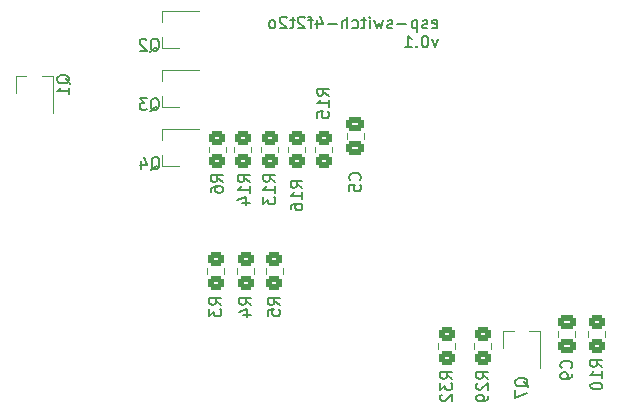
<source format=gbo>
G04 #@! TF.GenerationSoftware,KiCad,Pcbnew,7.0.6*
G04 #@! TF.CreationDate,2023-08-17T21:15:31+02:00*
G04 #@! TF.ProjectId,esp-switch,6573702d-7377-4697-9463-682e6b696361,rev?*
G04 #@! TF.SameCoordinates,Original*
G04 #@! TF.FileFunction,Legend,Bot*
G04 #@! TF.FilePolarity,Positive*
%FSLAX46Y46*%
G04 Gerber Fmt 4.6, Leading zero omitted, Abs format (unit mm)*
G04 Created by KiCad (PCBNEW 7.0.6) date 2023-08-17 21:15:31*
%MOMM*%
%LPD*%
G01*
G04 APERTURE LIST*
G04 Aperture macros list*
%AMRoundRect*
0 Rectangle with rounded corners*
0 $1 Rounding radius*
0 $2 $3 $4 $5 $6 $7 $8 $9 X,Y pos of 4 corners*
0 Add a 4 corners polygon primitive as box body*
4,1,4,$2,$3,$4,$5,$6,$7,$8,$9,$2,$3,0*
0 Add four circle primitives for the rounded corners*
1,1,$1+$1,$2,$3*
1,1,$1+$1,$4,$5*
1,1,$1+$1,$6,$7*
1,1,$1+$1,$8,$9*
0 Add four rect primitives between the rounded corners*
20,1,$1+$1,$2,$3,$4,$5,0*
20,1,$1+$1,$4,$5,$6,$7,0*
20,1,$1+$1,$6,$7,$8,$9,0*
20,1,$1+$1,$8,$9,$2,$3,0*%
G04 Aperture macros list end*
%ADD10C,0.150000*%
%ADD11C,0.120000*%
%ADD12R,1.600000X1.600000*%
%ADD13C,1.600000*%
%ADD14O,1.600000X1.600000*%
%ADD15C,1.800000*%
%ADD16R,2.400000X2.400000*%
%ADD17O,2.400000X2.400000*%
%ADD18C,1.905000*%
%ADD19O,1.905000X2.000000*%
%ADD20R,1.700000X1.700000*%
%ADD21O,1.700000X1.700000*%
%ADD22R,2.200000X2.200000*%
%ADD23O,2.200000X2.200000*%
%ADD24RoundRect,0.250000X0.450000X-0.350000X0.450000X0.350000X-0.450000X0.350000X-0.450000X-0.350000X0*%
%ADD25RoundRect,0.250000X-0.450000X0.350000X-0.450000X-0.350000X0.450000X-0.350000X0.450000X0.350000X0*%
%ADD26RoundRect,0.250000X0.475000X-0.337500X0.475000X0.337500X-0.475000X0.337500X-0.475000X-0.337500X0*%
%ADD27R,1.900000X0.800000*%
%ADD28R,0.800000X1.900000*%
G04 APERTURE END LIST*
D10*
X48812268Y-17262200D02*
X48907506Y-17309819D01*
X48907506Y-17309819D02*
X49097982Y-17309819D01*
X49097982Y-17309819D02*
X49193220Y-17262200D01*
X49193220Y-17262200D02*
X49240839Y-17166961D01*
X49240839Y-17166961D02*
X49240839Y-16786009D01*
X49240839Y-16786009D02*
X49193220Y-16690771D01*
X49193220Y-16690771D02*
X49097982Y-16643152D01*
X49097982Y-16643152D02*
X48907506Y-16643152D01*
X48907506Y-16643152D02*
X48812268Y-16690771D01*
X48812268Y-16690771D02*
X48764649Y-16786009D01*
X48764649Y-16786009D02*
X48764649Y-16881247D01*
X48764649Y-16881247D02*
X49240839Y-16976485D01*
X48383696Y-17262200D02*
X48288458Y-17309819D01*
X48288458Y-17309819D02*
X48097982Y-17309819D01*
X48097982Y-17309819D02*
X48002744Y-17262200D01*
X48002744Y-17262200D02*
X47955125Y-17166961D01*
X47955125Y-17166961D02*
X47955125Y-17119342D01*
X47955125Y-17119342D02*
X48002744Y-17024104D01*
X48002744Y-17024104D02*
X48097982Y-16976485D01*
X48097982Y-16976485D02*
X48240839Y-16976485D01*
X48240839Y-16976485D02*
X48336077Y-16928866D01*
X48336077Y-16928866D02*
X48383696Y-16833628D01*
X48383696Y-16833628D02*
X48383696Y-16786009D01*
X48383696Y-16786009D02*
X48336077Y-16690771D01*
X48336077Y-16690771D02*
X48240839Y-16643152D01*
X48240839Y-16643152D02*
X48097982Y-16643152D01*
X48097982Y-16643152D02*
X48002744Y-16690771D01*
X47526553Y-16643152D02*
X47526553Y-17643152D01*
X47526553Y-16690771D02*
X47431315Y-16643152D01*
X47431315Y-16643152D02*
X47240839Y-16643152D01*
X47240839Y-16643152D02*
X47145601Y-16690771D01*
X47145601Y-16690771D02*
X47097982Y-16738390D01*
X47097982Y-16738390D02*
X47050363Y-16833628D01*
X47050363Y-16833628D02*
X47050363Y-17119342D01*
X47050363Y-17119342D02*
X47097982Y-17214580D01*
X47097982Y-17214580D02*
X47145601Y-17262200D01*
X47145601Y-17262200D02*
X47240839Y-17309819D01*
X47240839Y-17309819D02*
X47431315Y-17309819D01*
X47431315Y-17309819D02*
X47526553Y-17262200D01*
X46621791Y-16928866D02*
X45859887Y-16928866D01*
X45431315Y-17262200D02*
X45336077Y-17309819D01*
X45336077Y-17309819D02*
X45145601Y-17309819D01*
X45145601Y-17309819D02*
X45050363Y-17262200D01*
X45050363Y-17262200D02*
X45002744Y-17166961D01*
X45002744Y-17166961D02*
X45002744Y-17119342D01*
X45002744Y-17119342D02*
X45050363Y-17024104D01*
X45050363Y-17024104D02*
X45145601Y-16976485D01*
X45145601Y-16976485D02*
X45288458Y-16976485D01*
X45288458Y-16976485D02*
X45383696Y-16928866D01*
X45383696Y-16928866D02*
X45431315Y-16833628D01*
X45431315Y-16833628D02*
X45431315Y-16786009D01*
X45431315Y-16786009D02*
X45383696Y-16690771D01*
X45383696Y-16690771D02*
X45288458Y-16643152D01*
X45288458Y-16643152D02*
X45145601Y-16643152D01*
X45145601Y-16643152D02*
X45050363Y-16690771D01*
X44669410Y-16643152D02*
X44478934Y-17309819D01*
X44478934Y-17309819D02*
X44288458Y-16833628D01*
X44288458Y-16833628D02*
X44097982Y-17309819D01*
X44097982Y-17309819D02*
X43907506Y-16643152D01*
X43526553Y-17309819D02*
X43526553Y-16643152D01*
X43526553Y-16309819D02*
X43574172Y-16357438D01*
X43574172Y-16357438D02*
X43526553Y-16405057D01*
X43526553Y-16405057D02*
X43478934Y-16357438D01*
X43478934Y-16357438D02*
X43526553Y-16309819D01*
X43526553Y-16309819D02*
X43526553Y-16405057D01*
X43193220Y-16643152D02*
X42812268Y-16643152D01*
X43050363Y-16309819D02*
X43050363Y-17166961D01*
X43050363Y-17166961D02*
X43002744Y-17262200D01*
X43002744Y-17262200D02*
X42907506Y-17309819D01*
X42907506Y-17309819D02*
X42812268Y-17309819D01*
X42050363Y-17262200D02*
X42145601Y-17309819D01*
X42145601Y-17309819D02*
X42336077Y-17309819D01*
X42336077Y-17309819D02*
X42431315Y-17262200D01*
X42431315Y-17262200D02*
X42478934Y-17214580D01*
X42478934Y-17214580D02*
X42526553Y-17119342D01*
X42526553Y-17119342D02*
X42526553Y-16833628D01*
X42526553Y-16833628D02*
X42478934Y-16738390D01*
X42478934Y-16738390D02*
X42431315Y-16690771D01*
X42431315Y-16690771D02*
X42336077Y-16643152D01*
X42336077Y-16643152D02*
X42145601Y-16643152D01*
X42145601Y-16643152D02*
X42050363Y-16690771D01*
X41621791Y-17309819D02*
X41621791Y-16309819D01*
X41193220Y-17309819D02*
X41193220Y-16786009D01*
X41193220Y-16786009D02*
X41240839Y-16690771D01*
X41240839Y-16690771D02*
X41336077Y-16643152D01*
X41336077Y-16643152D02*
X41478934Y-16643152D01*
X41478934Y-16643152D02*
X41574172Y-16690771D01*
X41574172Y-16690771D02*
X41621791Y-16738390D01*
X40717029Y-16928866D02*
X39955125Y-16928866D01*
X39050363Y-16643152D02*
X39050363Y-17309819D01*
X39288458Y-16262200D02*
X39526553Y-16976485D01*
X39526553Y-16976485D02*
X38907506Y-16976485D01*
X38669410Y-16643152D02*
X38288458Y-16643152D01*
X38526553Y-17309819D02*
X38526553Y-16452676D01*
X38526553Y-16452676D02*
X38478934Y-16357438D01*
X38478934Y-16357438D02*
X38383696Y-16309819D01*
X38383696Y-16309819D02*
X38288458Y-16309819D01*
X38002743Y-16405057D02*
X37955124Y-16357438D01*
X37955124Y-16357438D02*
X37859886Y-16309819D01*
X37859886Y-16309819D02*
X37621791Y-16309819D01*
X37621791Y-16309819D02*
X37526553Y-16357438D01*
X37526553Y-16357438D02*
X37478934Y-16405057D01*
X37478934Y-16405057D02*
X37431315Y-16500295D01*
X37431315Y-16500295D02*
X37431315Y-16595533D01*
X37431315Y-16595533D02*
X37478934Y-16738390D01*
X37478934Y-16738390D02*
X38050362Y-17309819D01*
X38050362Y-17309819D02*
X37431315Y-17309819D01*
X37145600Y-16643152D02*
X36764648Y-16643152D01*
X37002743Y-16309819D02*
X37002743Y-17166961D01*
X37002743Y-17166961D02*
X36955124Y-17262200D01*
X36955124Y-17262200D02*
X36859886Y-17309819D01*
X36859886Y-17309819D02*
X36764648Y-17309819D01*
X36478933Y-16405057D02*
X36431314Y-16357438D01*
X36431314Y-16357438D02*
X36336076Y-16309819D01*
X36336076Y-16309819D02*
X36097981Y-16309819D01*
X36097981Y-16309819D02*
X36002743Y-16357438D01*
X36002743Y-16357438D02*
X35955124Y-16405057D01*
X35955124Y-16405057D02*
X35907505Y-16500295D01*
X35907505Y-16500295D02*
X35907505Y-16595533D01*
X35907505Y-16595533D02*
X35955124Y-16738390D01*
X35955124Y-16738390D02*
X36526552Y-17309819D01*
X36526552Y-17309819D02*
X35907505Y-17309819D01*
X35336076Y-17309819D02*
X35431314Y-17262200D01*
X35431314Y-17262200D02*
X35478933Y-17214580D01*
X35478933Y-17214580D02*
X35526552Y-17119342D01*
X35526552Y-17119342D02*
X35526552Y-16833628D01*
X35526552Y-16833628D02*
X35478933Y-16738390D01*
X35478933Y-16738390D02*
X35431314Y-16690771D01*
X35431314Y-16690771D02*
X35336076Y-16643152D01*
X35336076Y-16643152D02*
X35193219Y-16643152D01*
X35193219Y-16643152D02*
X35097981Y-16690771D01*
X35097981Y-16690771D02*
X35050362Y-16738390D01*
X35050362Y-16738390D02*
X35002743Y-16833628D01*
X35002743Y-16833628D02*
X35002743Y-17119342D01*
X35002743Y-17119342D02*
X35050362Y-17214580D01*
X35050362Y-17214580D02*
X35097981Y-17262200D01*
X35097981Y-17262200D02*
X35193219Y-17309819D01*
X35193219Y-17309819D02*
X35336076Y-17309819D01*
X49288458Y-18253152D02*
X49050363Y-18919819D01*
X49050363Y-18919819D02*
X48812268Y-18253152D01*
X48240839Y-17919819D02*
X48145601Y-17919819D01*
X48145601Y-17919819D02*
X48050363Y-17967438D01*
X48050363Y-17967438D02*
X48002744Y-18015057D01*
X48002744Y-18015057D02*
X47955125Y-18110295D01*
X47955125Y-18110295D02*
X47907506Y-18300771D01*
X47907506Y-18300771D02*
X47907506Y-18538866D01*
X47907506Y-18538866D02*
X47955125Y-18729342D01*
X47955125Y-18729342D02*
X48002744Y-18824580D01*
X48002744Y-18824580D02*
X48050363Y-18872200D01*
X48050363Y-18872200D02*
X48145601Y-18919819D01*
X48145601Y-18919819D02*
X48240839Y-18919819D01*
X48240839Y-18919819D02*
X48336077Y-18872200D01*
X48336077Y-18872200D02*
X48383696Y-18824580D01*
X48383696Y-18824580D02*
X48431315Y-18729342D01*
X48431315Y-18729342D02*
X48478934Y-18538866D01*
X48478934Y-18538866D02*
X48478934Y-18300771D01*
X48478934Y-18300771D02*
X48431315Y-18110295D01*
X48431315Y-18110295D02*
X48383696Y-18015057D01*
X48383696Y-18015057D02*
X48336077Y-17967438D01*
X48336077Y-17967438D02*
X48240839Y-17919819D01*
X47478934Y-18824580D02*
X47431315Y-18872200D01*
X47431315Y-18872200D02*
X47478934Y-18919819D01*
X47478934Y-18919819D02*
X47526553Y-18872200D01*
X47526553Y-18872200D02*
X47478934Y-18824580D01*
X47478934Y-18824580D02*
X47478934Y-18919819D01*
X46478935Y-18919819D02*
X47050363Y-18919819D01*
X46764649Y-18919819D02*
X46764649Y-17919819D01*
X46764649Y-17919819D02*
X46859887Y-18062676D01*
X46859887Y-18062676D02*
X46955125Y-18157914D01*
X46955125Y-18157914D02*
X47050363Y-18205533D01*
X30934819Y-40727333D02*
X30458628Y-40394000D01*
X30934819Y-40155905D02*
X29934819Y-40155905D01*
X29934819Y-40155905D02*
X29934819Y-40536857D01*
X29934819Y-40536857D02*
X29982438Y-40632095D01*
X29982438Y-40632095D02*
X30030057Y-40679714D01*
X30030057Y-40679714D02*
X30125295Y-40727333D01*
X30125295Y-40727333D02*
X30268152Y-40727333D01*
X30268152Y-40727333D02*
X30363390Y-40679714D01*
X30363390Y-40679714D02*
X30411009Y-40632095D01*
X30411009Y-40632095D02*
X30458628Y-40536857D01*
X30458628Y-40536857D02*
X30458628Y-40155905D01*
X29934819Y-41060667D02*
X29934819Y-41679714D01*
X29934819Y-41679714D02*
X30315771Y-41346381D01*
X30315771Y-41346381D02*
X30315771Y-41489238D01*
X30315771Y-41489238D02*
X30363390Y-41584476D01*
X30363390Y-41584476D02*
X30411009Y-41632095D01*
X30411009Y-41632095D02*
X30506247Y-41679714D01*
X30506247Y-41679714D02*
X30744342Y-41679714D01*
X30744342Y-41679714D02*
X30839580Y-41632095D01*
X30839580Y-41632095D02*
X30887200Y-41584476D01*
X30887200Y-41584476D02*
X30934819Y-41489238D01*
X30934819Y-41489238D02*
X30934819Y-41203524D01*
X30934819Y-41203524D02*
X30887200Y-41108286D01*
X30887200Y-41108286D02*
X30839580Y-41060667D01*
X40056619Y-23005942D02*
X39580428Y-22672609D01*
X40056619Y-22434514D02*
X39056619Y-22434514D01*
X39056619Y-22434514D02*
X39056619Y-22815466D01*
X39056619Y-22815466D02*
X39104238Y-22910704D01*
X39104238Y-22910704D02*
X39151857Y-22958323D01*
X39151857Y-22958323D02*
X39247095Y-23005942D01*
X39247095Y-23005942D02*
X39389952Y-23005942D01*
X39389952Y-23005942D02*
X39485190Y-22958323D01*
X39485190Y-22958323D02*
X39532809Y-22910704D01*
X39532809Y-22910704D02*
X39580428Y-22815466D01*
X39580428Y-22815466D02*
X39580428Y-22434514D01*
X40056619Y-23958323D02*
X40056619Y-23386895D01*
X40056619Y-23672609D02*
X39056619Y-23672609D01*
X39056619Y-23672609D02*
X39199476Y-23577371D01*
X39199476Y-23577371D02*
X39294714Y-23482133D01*
X39294714Y-23482133D02*
X39342333Y-23386895D01*
X39056619Y-24863085D02*
X39056619Y-24386895D01*
X39056619Y-24386895D02*
X39532809Y-24339276D01*
X39532809Y-24339276D02*
X39485190Y-24386895D01*
X39485190Y-24386895D02*
X39437571Y-24482133D01*
X39437571Y-24482133D02*
X39437571Y-24720228D01*
X39437571Y-24720228D02*
X39485190Y-24815466D01*
X39485190Y-24815466D02*
X39532809Y-24863085D01*
X39532809Y-24863085D02*
X39628047Y-24910704D01*
X39628047Y-24910704D02*
X39866142Y-24910704D01*
X39866142Y-24910704D02*
X39961380Y-24863085D01*
X39961380Y-24863085D02*
X40009000Y-24815466D01*
X40009000Y-24815466D02*
X40056619Y-24720228D01*
X40056619Y-24720228D02*
X40056619Y-24482133D01*
X40056619Y-24482133D02*
X40009000Y-24386895D01*
X40009000Y-24386895D02*
X39961380Y-24339276D01*
X33347819Y-30291742D02*
X32871628Y-29958409D01*
X33347819Y-29720314D02*
X32347819Y-29720314D01*
X32347819Y-29720314D02*
X32347819Y-30101266D01*
X32347819Y-30101266D02*
X32395438Y-30196504D01*
X32395438Y-30196504D02*
X32443057Y-30244123D01*
X32443057Y-30244123D02*
X32538295Y-30291742D01*
X32538295Y-30291742D02*
X32681152Y-30291742D01*
X32681152Y-30291742D02*
X32776390Y-30244123D01*
X32776390Y-30244123D02*
X32824009Y-30196504D01*
X32824009Y-30196504D02*
X32871628Y-30101266D01*
X32871628Y-30101266D02*
X32871628Y-29720314D01*
X33347819Y-31244123D02*
X33347819Y-30672695D01*
X33347819Y-30958409D02*
X32347819Y-30958409D01*
X32347819Y-30958409D02*
X32490676Y-30863171D01*
X32490676Y-30863171D02*
X32585914Y-30767933D01*
X32585914Y-30767933D02*
X32633533Y-30672695D01*
X32681152Y-32101266D02*
X33347819Y-32101266D01*
X32300200Y-31863171D02*
X33014485Y-31625076D01*
X33014485Y-31625076D02*
X33014485Y-32244123D01*
X60557580Y-46061333D02*
X60605200Y-46013714D01*
X60605200Y-46013714D02*
X60652819Y-45870857D01*
X60652819Y-45870857D02*
X60652819Y-45775619D01*
X60652819Y-45775619D02*
X60605200Y-45632762D01*
X60605200Y-45632762D02*
X60509961Y-45537524D01*
X60509961Y-45537524D02*
X60414723Y-45489905D01*
X60414723Y-45489905D02*
X60224247Y-45442286D01*
X60224247Y-45442286D02*
X60081390Y-45442286D01*
X60081390Y-45442286D02*
X59890914Y-45489905D01*
X59890914Y-45489905D02*
X59795676Y-45537524D01*
X59795676Y-45537524D02*
X59700438Y-45632762D01*
X59700438Y-45632762D02*
X59652819Y-45775619D01*
X59652819Y-45775619D02*
X59652819Y-45870857D01*
X59652819Y-45870857D02*
X59700438Y-46013714D01*
X59700438Y-46013714D02*
X59748057Y-46061333D01*
X60652819Y-46537524D02*
X60652819Y-46728000D01*
X60652819Y-46728000D02*
X60605200Y-46823238D01*
X60605200Y-46823238D02*
X60557580Y-46870857D01*
X60557580Y-46870857D02*
X60414723Y-46966095D01*
X60414723Y-46966095D02*
X60224247Y-47013714D01*
X60224247Y-47013714D02*
X59843295Y-47013714D01*
X59843295Y-47013714D02*
X59748057Y-46966095D01*
X59748057Y-46966095D02*
X59700438Y-46918476D01*
X59700438Y-46918476D02*
X59652819Y-46823238D01*
X59652819Y-46823238D02*
X59652819Y-46632762D01*
X59652819Y-46632762D02*
X59700438Y-46537524D01*
X59700438Y-46537524D02*
X59748057Y-46489905D01*
X59748057Y-46489905D02*
X59843295Y-46442286D01*
X59843295Y-46442286D02*
X60081390Y-46442286D01*
X60081390Y-46442286D02*
X60176628Y-46489905D01*
X60176628Y-46489905D02*
X60224247Y-46537524D01*
X60224247Y-46537524D02*
X60271866Y-46632762D01*
X60271866Y-46632762D02*
X60271866Y-46823238D01*
X60271866Y-46823238D02*
X60224247Y-46918476D01*
X60224247Y-46918476D02*
X60176628Y-46966095D01*
X60176628Y-46966095D02*
X60081390Y-47013714D01*
X35887819Y-40727333D02*
X35411628Y-40394000D01*
X35887819Y-40155905D02*
X34887819Y-40155905D01*
X34887819Y-40155905D02*
X34887819Y-40536857D01*
X34887819Y-40536857D02*
X34935438Y-40632095D01*
X34935438Y-40632095D02*
X34983057Y-40679714D01*
X34983057Y-40679714D02*
X35078295Y-40727333D01*
X35078295Y-40727333D02*
X35221152Y-40727333D01*
X35221152Y-40727333D02*
X35316390Y-40679714D01*
X35316390Y-40679714D02*
X35364009Y-40632095D01*
X35364009Y-40632095D02*
X35411628Y-40536857D01*
X35411628Y-40536857D02*
X35411628Y-40155905D01*
X34887819Y-41632095D02*
X34887819Y-41155905D01*
X34887819Y-41155905D02*
X35364009Y-41108286D01*
X35364009Y-41108286D02*
X35316390Y-41155905D01*
X35316390Y-41155905D02*
X35268771Y-41251143D01*
X35268771Y-41251143D02*
X35268771Y-41489238D01*
X35268771Y-41489238D02*
X35316390Y-41584476D01*
X35316390Y-41584476D02*
X35364009Y-41632095D01*
X35364009Y-41632095D02*
X35459247Y-41679714D01*
X35459247Y-41679714D02*
X35697342Y-41679714D01*
X35697342Y-41679714D02*
X35792580Y-41632095D01*
X35792580Y-41632095D02*
X35840200Y-41584476D01*
X35840200Y-41584476D02*
X35887819Y-41489238D01*
X35887819Y-41489238D02*
X35887819Y-41251143D01*
X35887819Y-41251143D02*
X35840200Y-41155905D01*
X35840200Y-41155905D02*
X35792580Y-41108286D01*
X50492819Y-46982142D02*
X50016628Y-46648809D01*
X50492819Y-46410714D02*
X49492819Y-46410714D01*
X49492819Y-46410714D02*
X49492819Y-46791666D01*
X49492819Y-46791666D02*
X49540438Y-46886904D01*
X49540438Y-46886904D02*
X49588057Y-46934523D01*
X49588057Y-46934523D02*
X49683295Y-46982142D01*
X49683295Y-46982142D02*
X49826152Y-46982142D01*
X49826152Y-46982142D02*
X49921390Y-46934523D01*
X49921390Y-46934523D02*
X49969009Y-46886904D01*
X49969009Y-46886904D02*
X50016628Y-46791666D01*
X50016628Y-46791666D02*
X50016628Y-46410714D01*
X49492819Y-47315476D02*
X49492819Y-47934523D01*
X49492819Y-47934523D02*
X49873771Y-47601190D01*
X49873771Y-47601190D02*
X49873771Y-47744047D01*
X49873771Y-47744047D02*
X49921390Y-47839285D01*
X49921390Y-47839285D02*
X49969009Y-47886904D01*
X49969009Y-47886904D02*
X50064247Y-47934523D01*
X50064247Y-47934523D02*
X50302342Y-47934523D01*
X50302342Y-47934523D02*
X50397580Y-47886904D01*
X50397580Y-47886904D02*
X50445200Y-47839285D01*
X50445200Y-47839285D02*
X50492819Y-47744047D01*
X50492819Y-47744047D02*
X50492819Y-47458333D01*
X50492819Y-47458333D02*
X50445200Y-47363095D01*
X50445200Y-47363095D02*
X50397580Y-47315476D01*
X49588057Y-48315476D02*
X49540438Y-48363095D01*
X49540438Y-48363095D02*
X49492819Y-48458333D01*
X49492819Y-48458333D02*
X49492819Y-48696428D01*
X49492819Y-48696428D02*
X49540438Y-48791666D01*
X49540438Y-48791666D02*
X49588057Y-48839285D01*
X49588057Y-48839285D02*
X49683295Y-48886904D01*
X49683295Y-48886904D02*
X49778533Y-48886904D01*
X49778533Y-48886904D02*
X49921390Y-48839285D01*
X49921390Y-48839285D02*
X50492819Y-48267857D01*
X50492819Y-48267857D02*
X50492819Y-48886904D01*
X33474819Y-40727333D02*
X32998628Y-40394000D01*
X33474819Y-40155905D02*
X32474819Y-40155905D01*
X32474819Y-40155905D02*
X32474819Y-40536857D01*
X32474819Y-40536857D02*
X32522438Y-40632095D01*
X32522438Y-40632095D02*
X32570057Y-40679714D01*
X32570057Y-40679714D02*
X32665295Y-40727333D01*
X32665295Y-40727333D02*
X32808152Y-40727333D01*
X32808152Y-40727333D02*
X32903390Y-40679714D01*
X32903390Y-40679714D02*
X32951009Y-40632095D01*
X32951009Y-40632095D02*
X32998628Y-40536857D01*
X32998628Y-40536857D02*
X32998628Y-40155905D01*
X32808152Y-41584476D02*
X33474819Y-41584476D01*
X32427200Y-41346381D02*
X33141485Y-41108286D01*
X33141485Y-41108286D02*
X33141485Y-41727333D01*
X24939238Y-24320057D02*
X25034476Y-24272438D01*
X25034476Y-24272438D02*
X25129714Y-24177200D01*
X25129714Y-24177200D02*
X25272571Y-24034342D01*
X25272571Y-24034342D02*
X25367809Y-23986723D01*
X25367809Y-23986723D02*
X25463047Y-23986723D01*
X25415428Y-24224819D02*
X25510666Y-24177200D01*
X25510666Y-24177200D02*
X25605904Y-24081961D01*
X25605904Y-24081961D02*
X25653523Y-23891485D01*
X25653523Y-23891485D02*
X25653523Y-23558152D01*
X25653523Y-23558152D02*
X25605904Y-23367676D01*
X25605904Y-23367676D02*
X25510666Y-23272438D01*
X25510666Y-23272438D02*
X25415428Y-23224819D01*
X25415428Y-23224819D02*
X25224952Y-23224819D01*
X25224952Y-23224819D02*
X25129714Y-23272438D01*
X25129714Y-23272438D02*
X25034476Y-23367676D01*
X25034476Y-23367676D02*
X24986857Y-23558152D01*
X24986857Y-23558152D02*
X24986857Y-23891485D01*
X24986857Y-23891485D02*
X25034476Y-24081961D01*
X25034476Y-24081961D02*
X25129714Y-24177200D01*
X25129714Y-24177200D02*
X25224952Y-24224819D01*
X25224952Y-24224819D02*
X25415428Y-24224819D01*
X24653523Y-23224819D02*
X24034476Y-23224819D01*
X24034476Y-23224819D02*
X24367809Y-23605771D01*
X24367809Y-23605771D02*
X24224952Y-23605771D01*
X24224952Y-23605771D02*
X24129714Y-23653390D01*
X24129714Y-23653390D02*
X24082095Y-23701009D01*
X24082095Y-23701009D02*
X24034476Y-23796247D01*
X24034476Y-23796247D02*
X24034476Y-24034342D01*
X24034476Y-24034342D02*
X24082095Y-24129580D01*
X24082095Y-24129580D02*
X24129714Y-24177200D01*
X24129714Y-24177200D02*
X24224952Y-24224819D01*
X24224952Y-24224819D02*
X24510666Y-24224819D01*
X24510666Y-24224819D02*
X24605904Y-24177200D01*
X24605904Y-24177200D02*
X24653523Y-24129580D01*
X31061819Y-30291743D02*
X30585628Y-29958410D01*
X31061819Y-29720315D02*
X30061819Y-29720315D01*
X30061819Y-29720315D02*
X30061819Y-30101267D01*
X30061819Y-30101267D02*
X30109438Y-30196505D01*
X30109438Y-30196505D02*
X30157057Y-30244124D01*
X30157057Y-30244124D02*
X30252295Y-30291743D01*
X30252295Y-30291743D02*
X30395152Y-30291743D01*
X30395152Y-30291743D02*
X30490390Y-30244124D01*
X30490390Y-30244124D02*
X30538009Y-30196505D01*
X30538009Y-30196505D02*
X30585628Y-30101267D01*
X30585628Y-30101267D02*
X30585628Y-29720315D01*
X30061819Y-31148886D02*
X30061819Y-30958410D01*
X30061819Y-30958410D02*
X30109438Y-30863172D01*
X30109438Y-30863172D02*
X30157057Y-30815553D01*
X30157057Y-30815553D02*
X30299914Y-30720315D01*
X30299914Y-30720315D02*
X30490390Y-30672696D01*
X30490390Y-30672696D02*
X30871342Y-30672696D01*
X30871342Y-30672696D02*
X30966580Y-30720315D01*
X30966580Y-30720315D02*
X31014200Y-30767934D01*
X31014200Y-30767934D02*
X31061819Y-30863172D01*
X31061819Y-30863172D02*
X31061819Y-31053648D01*
X31061819Y-31053648D02*
X31014200Y-31148886D01*
X31014200Y-31148886D02*
X30966580Y-31196505D01*
X30966580Y-31196505D02*
X30871342Y-31244124D01*
X30871342Y-31244124D02*
X30633247Y-31244124D01*
X30633247Y-31244124D02*
X30538009Y-31196505D01*
X30538009Y-31196505D02*
X30490390Y-31148886D01*
X30490390Y-31148886D02*
X30442771Y-31053648D01*
X30442771Y-31053648D02*
X30442771Y-30863172D01*
X30442771Y-30863172D02*
X30490390Y-30767934D01*
X30490390Y-30767934D02*
X30538009Y-30720315D01*
X30538009Y-30720315D02*
X30633247Y-30672696D01*
X53540819Y-46982142D02*
X53064628Y-46648809D01*
X53540819Y-46410714D02*
X52540819Y-46410714D01*
X52540819Y-46410714D02*
X52540819Y-46791666D01*
X52540819Y-46791666D02*
X52588438Y-46886904D01*
X52588438Y-46886904D02*
X52636057Y-46934523D01*
X52636057Y-46934523D02*
X52731295Y-46982142D01*
X52731295Y-46982142D02*
X52874152Y-46982142D01*
X52874152Y-46982142D02*
X52969390Y-46934523D01*
X52969390Y-46934523D02*
X53017009Y-46886904D01*
X53017009Y-46886904D02*
X53064628Y-46791666D01*
X53064628Y-46791666D02*
X53064628Y-46410714D01*
X52636057Y-47363095D02*
X52588438Y-47410714D01*
X52588438Y-47410714D02*
X52540819Y-47505952D01*
X52540819Y-47505952D02*
X52540819Y-47744047D01*
X52540819Y-47744047D02*
X52588438Y-47839285D01*
X52588438Y-47839285D02*
X52636057Y-47886904D01*
X52636057Y-47886904D02*
X52731295Y-47934523D01*
X52731295Y-47934523D02*
X52826533Y-47934523D01*
X52826533Y-47934523D02*
X52969390Y-47886904D01*
X52969390Y-47886904D02*
X53540819Y-47315476D01*
X53540819Y-47315476D02*
X53540819Y-47934523D01*
X53540819Y-48410714D02*
X53540819Y-48601190D01*
X53540819Y-48601190D02*
X53493200Y-48696428D01*
X53493200Y-48696428D02*
X53445580Y-48744047D01*
X53445580Y-48744047D02*
X53302723Y-48839285D01*
X53302723Y-48839285D02*
X53112247Y-48886904D01*
X53112247Y-48886904D02*
X52731295Y-48886904D01*
X52731295Y-48886904D02*
X52636057Y-48839285D01*
X52636057Y-48839285D02*
X52588438Y-48791666D01*
X52588438Y-48791666D02*
X52540819Y-48696428D01*
X52540819Y-48696428D02*
X52540819Y-48505952D01*
X52540819Y-48505952D02*
X52588438Y-48410714D01*
X52588438Y-48410714D02*
X52636057Y-48363095D01*
X52636057Y-48363095D02*
X52731295Y-48315476D01*
X52731295Y-48315476D02*
X52969390Y-48315476D01*
X52969390Y-48315476D02*
X53064628Y-48363095D01*
X53064628Y-48363095D02*
X53112247Y-48410714D01*
X53112247Y-48410714D02*
X53159866Y-48505952D01*
X53159866Y-48505952D02*
X53159866Y-48696428D01*
X53159866Y-48696428D02*
X53112247Y-48791666D01*
X53112247Y-48791666D02*
X53064628Y-48839285D01*
X53064628Y-48839285D02*
X52969390Y-48886904D01*
X37808419Y-30826342D02*
X37332228Y-30493009D01*
X37808419Y-30254914D02*
X36808419Y-30254914D01*
X36808419Y-30254914D02*
X36808419Y-30635866D01*
X36808419Y-30635866D02*
X36856038Y-30731104D01*
X36856038Y-30731104D02*
X36903657Y-30778723D01*
X36903657Y-30778723D02*
X36998895Y-30826342D01*
X36998895Y-30826342D02*
X37141752Y-30826342D01*
X37141752Y-30826342D02*
X37236990Y-30778723D01*
X37236990Y-30778723D02*
X37284609Y-30731104D01*
X37284609Y-30731104D02*
X37332228Y-30635866D01*
X37332228Y-30635866D02*
X37332228Y-30254914D01*
X37808419Y-31778723D02*
X37808419Y-31207295D01*
X37808419Y-31493009D02*
X36808419Y-31493009D01*
X36808419Y-31493009D02*
X36951276Y-31397771D01*
X36951276Y-31397771D02*
X37046514Y-31302533D01*
X37046514Y-31302533D02*
X37094133Y-31207295D01*
X36808419Y-32635866D02*
X36808419Y-32445390D01*
X36808419Y-32445390D02*
X36856038Y-32350152D01*
X36856038Y-32350152D02*
X36903657Y-32302533D01*
X36903657Y-32302533D02*
X37046514Y-32207295D01*
X37046514Y-32207295D02*
X37236990Y-32159676D01*
X37236990Y-32159676D02*
X37617942Y-32159676D01*
X37617942Y-32159676D02*
X37713180Y-32207295D01*
X37713180Y-32207295D02*
X37760800Y-32254914D01*
X37760800Y-32254914D02*
X37808419Y-32350152D01*
X37808419Y-32350152D02*
X37808419Y-32540628D01*
X37808419Y-32540628D02*
X37760800Y-32635866D01*
X37760800Y-32635866D02*
X37713180Y-32683485D01*
X37713180Y-32683485D02*
X37617942Y-32731104D01*
X37617942Y-32731104D02*
X37379847Y-32731104D01*
X37379847Y-32731104D02*
X37284609Y-32683485D01*
X37284609Y-32683485D02*
X37236990Y-32635866D01*
X37236990Y-32635866D02*
X37189371Y-32540628D01*
X37189371Y-32540628D02*
X37189371Y-32350152D01*
X37189371Y-32350152D02*
X37236990Y-32254914D01*
X37236990Y-32254914D02*
X37284609Y-32207295D01*
X37284609Y-32207295D02*
X37379847Y-32159676D01*
X42672780Y-30159533D02*
X42720400Y-30111914D01*
X42720400Y-30111914D02*
X42768019Y-29969057D01*
X42768019Y-29969057D02*
X42768019Y-29873819D01*
X42768019Y-29873819D02*
X42720400Y-29730962D01*
X42720400Y-29730962D02*
X42625161Y-29635724D01*
X42625161Y-29635724D02*
X42529923Y-29588105D01*
X42529923Y-29588105D02*
X42339447Y-29540486D01*
X42339447Y-29540486D02*
X42196590Y-29540486D01*
X42196590Y-29540486D02*
X42006114Y-29588105D01*
X42006114Y-29588105D02*
X41910876Y-29635724D01*
X41910876Y-29635724D02*
X41815638Y-29730962D01*
X41815638Y-29730962D02*
X41768019Y-29873819D01*
X41768019Y-29873819D02*
X41768019Y-29969057D01*
X41768019Y-29969057D02*
X41815638Y-30111914D01*
X41815638Y-30111914D02*
X41863257Y-30159533D01*
X41768019Y-31064295D02*
X41768019Y-30588105D01*
X41768019Y-30588105D02*
X42244209Y-30540486D01*
X42244209Y-30540486D02*
X42196590Y-30588105D01*
X42196590Y-30588105D02*
X42148971Y-30683343D01*
X42148971Y-30683343D02*
X42148971Y-30921438D01*
X42148971Y-30921438D02*
X42196590Y-31016676D01*
X42196590Y-31016676D02*
X42244209Y-31064295D01*
X42244209Y-31064295D02*
X42339447Y-31111914D01*
X42339447Y-31111914D02*
X42577542Y-31111914D01*
X42577542Y-31111914D02*
X42672780Y-31064295D01*
X42672780Y-31064295D02*
X42720400Y-31016676D01*
X42720400Y-31016676D02*
X42768019Y-30921438D01*
X42768019Y-30921438D02*
X42768019Y-30683343D01*
X42768019Y-30683343D02*
X42720400Y-30588105D01*
X42720400Y-30588105D02*
X42672780Y-30540486D01*
X24939238Y-19283057D02*
X25034476Y-19235438D01*
X25034476Y-19235438D02*
X25129714Y-19140200D01*
X25129714Y-19140200D02*
X25272571Y-18997342D01*
X25272571Y-18997342D02*
X25367809Y-18949723D01*
X25367809Y-18949723D02*
X25463047Y-18949723D01*
X25415428Y-19187819D02*
X25510666Y-19140200D01*
X25510666Y-19140200D02*
X25605904Y-19044961D01*
X25605904Y-19044961D02*
X25653523Y-18854485D01*
X25653523Y-18854485D02*
X25653523Y-18521152D01*
X25653523Y-18521152D02*
X25605904Y-18330676D01*
X25605904Y-18330676D02*
X25510666Y-18235438D01*
X25510666Y-18235438D02*
X25415428Y-18187819D01*
X25415428Y-18187819D02*
X25224952Y-18187819D01*
X25224952Y-18187819D02*
X25129714Y-18235438D01*
X25129714Y-18235438D02*
X25034476Y-18330676D01*
X25034476Y-18330676D02*
X24986857Y-18521152D01*
X24986857Y-18521152D02*
X24986857Y-18854485D01*
X24986857Y-18854485D02*
X25034476Y-19044961D01*
X25034476Y-19044961D02*
X25129714Y-19140200D01*
X25129714Y-19140200D02*
X25224952Y-19187819D01*
X25224952Y-19187819D02*
X25415428Y-19187819D01*
X24605904Y-18283057D02*
X24558285Y-18235438D01*
X24558285Y-18235438D02*
X24463047Y-18187819D01*
X24463047Y-18187819D02*
X24224952Y-18187819D01*
X24224952Y-18187819D02*
X24129714Y-18235438D01*
X24129714Y-18235438D02*
X24082095Y-18283057D01*
X24082095Y-18283057D02*
X24034476Y-18378295D01*
X24034476Y-18378295D02*
X24034476Y-18473533D01*
X24034476Y-18473533D02*
X24082095Y-18616390D01*
X24082095Y-18616390D02*
X24653523Y-19187819D01*
X24653523Y-19187819D02*
X24034476Y-19187819D01*
X63192819Y-45966142D02*
X62716628Y-45632809D01*
X63192819Y-45394714D02*
X62192819Y-45394714D01*
X62192819Y-45394714D02*
X62192819Y-45775666D01*
X62192819Y-45775666D02*
X62240438Y-45870904D01*
X62240438Y-45870904D02*
X62288057Y-45918523D01*
X62288057Y-45918523D02*
X62383295Y-45966142D01*
X62383295Y-45966142D02*
X62526152Y-45966142D01*
X62526152Y-45966142D02*
X62621390Y-45918523D01*
X62621390Y-45918523D02*
X62669009Y-45870904D01*
X62669009Y-45870904D02*
X62716628Y-45775666D01*
X62716628Y-45775666D02*
X62716628Y-45394714D01*
X63192819Y-46918523D02*
X63192819Y-46347095D01*
X63192819Y-46632809D02*
X62192819Y-46632809D01*
X62192819Y-46632809D02*
X62335676Y-46537571D01*
X62335676Y-46537571D02*
X62430914Y-46442333D01*
X62430914Y-46442333D02*
X62478533Y-46347095D01*
X62192819Y-47537571D02*
X62192819Y-47632809D01*
X62192819Y-47632809D02*
X62240438Y-47728047D01*
X62240438Y-47728047D02*
X62288057Y-47775666D01*
X62288057Y-47775666D02*
X62383295Y-47823285D01*
X62383295Y-47823285D02*
X62573771Y-47870904D01*
X62573771Y-47870904D02*
X62811866Y-47870904D01*
X62811866Y-47870904D02*
X63002342Y-47823285D01*
X63002342Y-47823285D02*
X63097580Y-47775666D01*
X63097580Y-47775666D02*
X63145200Y-47728047D01*
X63145200Y-47728047D02*
X63192819Y-47632809D01*
X63192819Y-47632809D02*
X63192819Y-47537571D01*
X63192819Y-47537571D02*
X63145200Y-47442333D01*
X63145200Y-47442333D02*
X63097580Y-47394714D01*
X63097580Y-47394714D02*
X63002342Y-47347095D01*
X63002342Y-47347095D02*
X62811866Y-47299476D01*
X62811866Y-47299476D02*
X62573771Y-47299476D01*
X62573771Y-47299476D02*
X62383295Y-47347095D01*
X62383295Y-47347095D02*
X62288057Y-47394714D01*
X62288057Y-47394714D02*
X62240438Y-47442333D01*
X62240438Y-47442333D02*
X62192819Y-47537571D01*
X18150057Y-22004761D02*
X18102438Y-21909523D01*
X18102438Y-21909523D02*
X18007200Y-21814285D01*
X18007200Y-21814285D02*
X17864342Y-21671428D01*
X17864342Y-21671428D02*
X17816723Y-21576190D01*
X17816723Y-21576190D02*
X17816723Y-21480952D01*
X18054819Y-21528571D02*
X18007200Y-21433333D01*
X18007200Y-21433333D02*
X17911961Y-21338095D01*
X17911961Y-21338095D02*
X17721485Y-21290476D01*
X17721485Y-21290476D02*
X17388152Y-21290476D01*
X17388152Y-21290476D02*
X17197676Y-21338095D01*
X17197676Y-21338095D02*
X17102438Y-21433333D01*
X17102438Y-21433333D02*
X17054819Y-21528571D01*
X17054819Y-21528571D02*
X17054819Y-21719047D01*
X17054819Y-21719047D02*
X17102438Y-21814285D01*
X17102438Y-21814285D02*
X17197676Y-21909523D01*
X17197676Y-21909523D02*
X17388152Y-21957142D01*
X17388152Y-21957142D02*
X17721485Y-21957142D01*
X17721485Y-21957142D02*
X17911961Y-21909523D01*
X17911961Y-21909523D02*
X18007200Y-21814285D01*
X18007200Y-21814285D02*
X18054819Y-21719047D01*
X18054819Y-21719047D02*
X18054819Y-21528571D01*
X18054819Y-22909523D02*
X18054819Y-22338095D01*
X18054819Y-22623809D02*
X17054819Y-22623809D01*
X17054819Y-22623809D02*
X17197676Y-22528571D01*
X17197676Y-22528571D02*
X17292914Y-22433333D01*
X17292914Y-22433333D02*
X17340533Y-22338095D01*
X24990038Y-29303657D02*
X25085276Y-29256038D01*
X25085276Y-29256038D02*
X25180514Y-29160800D01*
X25180514Y-29160800D02*
X25323371Y-29017942D01*
X25323371Y-29017942D02*
X25418609Y-28970323D01*
X25418609Y-28970323D02*
X25513847Y-28970323D01*
X25466228Y-29208419D02*
X25561466Y-29160800D01*
X25561466Y-29160800D02*
X25656704Y-29065561D01*
X25656704Y-29065561D02*
X25704323Y-28875085D01*
X25704323Y-28875085D02*
X25704323Y-28541752D01*
X25704323Y-28541752D02*
X25656704Y-28351276D01*
X25656704Y-28351276D02*
X25561466Y-28256038D01*
X25561466Y-28256038D02*
X25466228Y-28208419D01*
X25466228Y-28208419D02*
X25275752Y-28208419D01*
X25275752Y-28208419D02*
X25180514Y-28256038D01*
X25180514Y-28256038D02*
X25085276Y-28351276D01*
X25085276Y-28351276D02*
X25037657Y-28541752D01*
X25037657Y-28541752D02*
X25037657Y-28875085D01*
X25037657Y-28875085D02*
X25085276Y-29065561D01*
X25085276Y-29065561D02*
X25180514Y-29160800D01*
X25180514Y-29160800D02*
X25275752Y-29208419D01*
X25275752Y-29208419D02*
X25466228Y-29208419D01*
X24180514Y-28541752D02*
X24180514Y-29208419D01*
X24418609Y-28160800D02*
X24656704Y-28875085D01*
X24656704Y-28875085D02*
X24037657Y-28875085D01*
X35506819Y-30291742D02*
X35030628Y-29958409D01*
X35506819Y-29720314D02*
X34506819Y-29720314D01*
X34506819Y-29720314D02*
X34506819Y-30101266D01*
X34506819Y-30101266D02*
X34554438Y-30196504D01*
X34554438Y-30196504D02*
X34602057Y-30244123D01*
X34602057Y-30244123D02*
X34697295Y-30291742D01*
X34697295Y-30291742D02*
X34840152Y-30291742D01*
X34840152Y-30291742D02*
X34935390Y-30244123D01*
X34935390Y-30244123D02*
X34983009Y-30196504D01*
X34983009Y-30196504D02*
X35030628Y-30101266D01*
X35030628Y-30101266D02*
X35030628Y-29720314D01*
X35506819Y-31244123D02*
X35506819Y-30672695D01*
X35506819Y-30958409D02*
X34506819Y-30958409D01*
X34506819Y-30958409D02*
X34649676Y-30863171D01*
X34649676Y-30863171D02*
X34744914Y-30767933D01*
X34744914Y-30767933D02*
X34792533Y-30672695D01*
X34506819Y-31577457D02*
X34506819Y-32196504D01*
X34506819Y-32196504D02*
X34887771Y-31863171D01*
X34887771Y-31863171D02*
X34887771Y-32006028D01*
X34887771Y-32006028D02*
X34935390Y-32101266D01*
X34935390Y-32101266D02*
X34983009Y-32148885D01*
X34983009Y-32148885D02*
X35078247Y-32196504D01*
X35078247Y-32196504D02*
X35316342Y-32196504D01*
X35316342Y-32196504D02*
X35411580Y-32148885D01*
X35411580Y-32148885D02*
X35459200Y-32101266D01*
X35459200Y-32101266D02*
X35506819Y-32006028D01*
X35506819Y-32006028D02*
X35506819Y-31720314D01*
X35506819Y-31720314D02*
X35459200Y-31625076D01*
X35459200Y-31625076D02*
X35411580Y-31577457D01*
X56938057Y-47656761D02*
X56890438Y-47561523D01*
X56890438Y-47561523D02*
X56795200Y-47466285D01*
X56795200Y-47466285D02*
X56652342Y-47323428D01*
X56652342Y-47323428D02*
X56604723Y-47228190D01*
X56604723Y-47228190D02*
X56604723Y-47132952D01*
X56842819Y-47180571D02*
X56795200Y-47085333D01*
X56795200Y-47085333D02*
X56699961Y-46990095D01*
X56699961Y-46990095D02*
X56509485Y-46942476D01*
X56509485Y-46942476D02*
X56176152Y-46942476D01*
X56176152Y-46942476D02*
X55985676Y-46990095D01*
X55985676Y-46990095D02*
X55890438Y-47085333D01*
X55890438Y-47085333D02*
X55842819Y-47180571D01*
X55842819Y-47180571D02*
X55842819Y-47371047D01*
X55842819Y-47371047D02*
X55890438Y-47466285D01*
X55890438Y-47466285D02*
X55985676Y-47561523D01*
X55985676Y-47561523D02*
X56176152Y-47609142D01*
X56176152Y-47609142D02*
X56509485Y-47609142D01*
X56509485Y-47609142D02*
X56699961Y-47561523D01*
X56699961Y-47561523D02*
X56795200Y-47466285D01*
X56795200Y-47466285D02*
X56842819Y-47371047D01*
X56842819Y-47371047D02*
X56842819Y-47180571D01*
X55842819Y-47942476D02*
X55842819Y-48609142D01*
X55842819Y-48609142D02*
X56842819Y-48180571D01*
D11*
X29745000Y-38073064D02*
X29745000Y-37618936D01*
X31215000Y-38073064D02*
X31215000Y-37618936D01*
X40359000Y-27331936D02*
X40359000Y-27786064D01*
X38889000Y-27331936D02*
X38889000Y-27786064D01*
X32031000Y-27786064D02*
X32031000Y-27331936D01*
X33501000Y-27786064D02*
X33501000Y-27331936D01*
X59463000Y-43441252D02*
X59463000Y-42918748D01*
X60933000Y-43441252D02*
X60933000Y-42918748D01*
X34698000Y-38073064D02*
X34698000Y-37618936D01*
X36168000Y-38073064D02*
X36168000Y-37618936D01*
X50773000Y-43968936D02*
X50773000Y-44423064D01*
X49303000Y-43968936D02*
X49303000Y-44423064D01*
X32285000Y-38073064D02*
X32285000Y-37618936D01*
X33755000Y-38073064D02*
X33755000Y-37618936D01*
X25910000Y-23980000D02*
X27370000Y-23980000D01*
X25910000Y-23980000D02*
X25910000Y-23050000D01*
X25910000Y-20820000D02*
X29070000Y-20820000D01*
X25910000Y-20820000D02*
X25910000Y-21750000D01*
X29872000Y-27786064D02*
X29872000Y-27331936D01*
X31342000Y-27786064D02*
X31342000Y-27331936D01*
X53821000Y-43968936D02*
X53821000Y-44423064D01*
X52351000Y-43968936D02*
X52351000Y-44423064D01*
X38073000Y-27331936D02*
X38073000Y-27786064D01*
X36603000Y-27331936D02*
X36603000Y-27786064D01*
X41556000Y-26677252D02*
X41556000Y-26154748D01*
X43026000Y-26677252D02*
X43026000Y-26154748D01*
X25910000Y-18979000D02*
X27370000Y-18979000D01*
X25910000Y-18979000D02*
X25910000Y-18049000D01*
X25910000Y-15819000D02*
X29070000Y-15819000D01*
X25910000Y-15819000D02*
X25910000Y-16749000D01*
X62003000Y-43407064D02*
X62003000Y-42952936D01*
X63473000Y-43407064D02*
X63473000Y-42952936D01*
X13520000Y-21340000D02*
X13520000Y-22800000D01*
X13520000Y-21340000D02*
X14450000Y-21340000D01*
X16680000Y-21340000D02*
X16680000Y-24500000D01*
X16680000Y-21340000D02*
X15750000Y-21340000D01*
X25934000Y-28980000D02*
X27394000Y-28980000D01*
X25934000Y-28980000D02*
X25934000Y-28050000D01*
X25934000Y-25820000D02*
X29094000Y-25820000D01*
X25934000Y-25820000D02*
X25934000Y-26750000D01*
X34317000Y-27786064D02*
X34317000Y-27331936D01*
X35787000Y-27786064D02*
X35787000Y-27331936D01*
X54808000Y-42928000D02*
X54808000Y-44388000D01*
X54808000Y-42928000D02*
X55738000Y-42928000D01*
X57968000Y-42928000D02*
X57968000Y-46088000D01*
X57968000Y-42928000D02*
X57038000Y-42928000D01*
%LPC*%
D12*
X74141380Y-21905000D03*
D13*
X71641380Y-21905000D03*
X70100000Y-12954000D03*
D14*
X67560000Y-12954000D03*
D15*
X83900000Y-1000000D03*
X78900000Y-1000000D03*
X78900000Y-6000000D03*
X78900000Y-11000000D03*
D13*
X29774000Y-1651000D03*
D14*
X32314000Y-1651000D03*
D12*
X57400000Y-12578000D03*
D14*
X57400000Y-10038000D03*
X49780000Y-10038000D03*
X49780000Y-12578000D03*
D16*
X61400000Y-12908000D03*
D17*
X61400000Y-9098000D03*
D13*
X70100000Y-5334000D03*
D14*
X67560000Y-5334000D03*
D13*
X70100000Y-9144000D03*
D14*
X67560000Y-9144000D03*
D18*
X19360000Y-4311300D03*
D19*
X21900000Y-5581300D03*
X24440000Y-4311300D03*
D13*
X31864000Y-5588000D03*
D14*
X29324000Y-5588000D03*
D20*
X47498000Y-39370000D03*
D21*
X50038000Y-39370000D03*
X52578000Y-39370000D03*
X55118000Y-39370000D03*
X57658000Y-39370000D03*
X60198000Y-39370000D03*
X62738000Y-39370000D03*
D18*
X19360000Y-11245000D03*
D19*
X21900000Y-12515000D03*
X24440000Y-11245000D03*
D16*
X61400000Y-5349000D03*
D17*
X61400000Y-1539000D03*
D22*
X73284234Y-27010400D03*
D23*
X70744234Y-27010400D03*
D12*
X57400000Y-5019000D03*
D14*
X57400000Y-2479000D03*
X49780000Y-2479000D03*
X49780000Y-5019000D03*
D13*
X31864000Y-13208000D03*
D14*
X29324000Y-13208000D03*
D15*
X3800000Y-1000000D03*
X8800000Y-1000000D03*
X8800000Y-6000000D03*
X8800000Y-11000000D03*
D12*
X53217621Y-19600000D03*
D13*
X55717621Y-19600000D03*
X29774000Y-9144000D03*
D14*
X32314000Y-9144000D03*
D13*
X70100000Y-1651000D03*
D14*
X67560000Y-1651000D03*
D15*
X15100000Y-17400000D03*
X20100000Y-17400000D03*
X20100000Y-22400000D03*
X20100000Y-27400000D03*
X72600000Y-17400000D03*
X67600000Y-17400000D03*
X67600000Y-22400000D03*
X67600000Y-27400000D03*
D24*
X30480000Y-38846000D03*
X30480000Y-36846000D03*
D25*
X39624000Y-26559000D03*
X39624000Y-28559000D03*
D24*
X32766000Y-28559000D03*
X32766000Y-26559000D03*
D26*
X60198000Y-44217500D03*
X60198000Y-42142500D03*
D24*
X35433000Y-38846000D03*
X35433000Y-36846000D03*
D25*
X50038000Y-43196000D03*
X50038000Y-45196000D03*
D24*
X33020000Y-38846000D03*
X33020000Y-36846000D03*
D27*
X28170000Y-21450000D03*
X28170000Y-23350000D03*
X25170000Y-22400000D03*
D24*
X30607000Y-28559000D03*
X30607000Y-26559000D03*
D25*
X53086000Y-43196000D03*
X53086000Y-45196000D03*
X37338000Y-26559000D03*
X37338000Y-28559000D03*
D26*
X42291000Y-27453500D03*
X42291000Y-25378500D03*
D27*
X28170000Y-16449000D03*
X28170000Y-18349000D03*
X25170000Y-17399000D03*
D24*
X62738000Y-44180000D03*
X62738000Y-42180000D03*
D28*
X16050000Y-23600000D03*
X14150000Y-23600000D03*
X15100000Y-20600000D03*
D27*
X28194000Y-26450000D03*
X28194000Y-28350000D03*
X25194000Y-27400000D03*
D24*
X35052000Y-28559000D03*
X35052000Y-26559000D03*
D28*
X57338000Y-45188000D03*
X55438000Y-45188000D03*
X56388000Y-42188000D03*
%LPD*%
M02*

</source>
